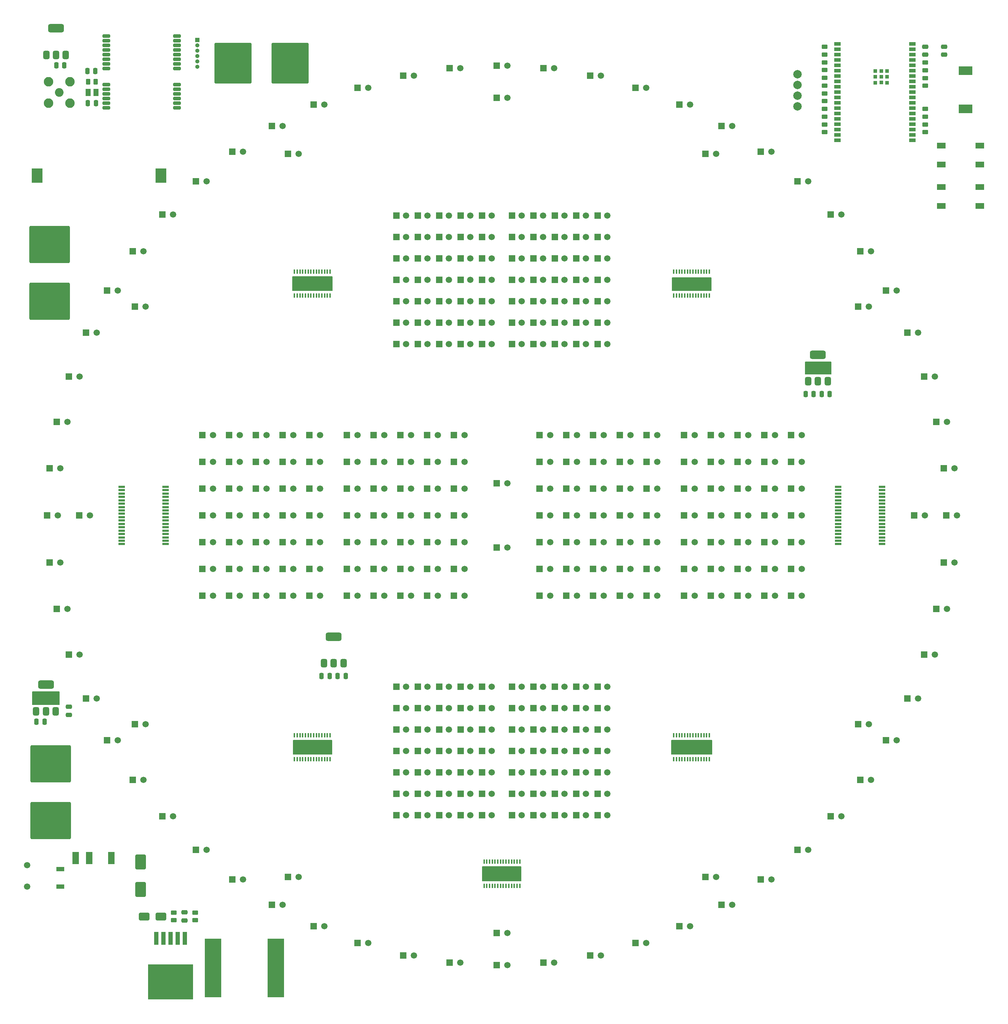
<source format=gbr>
%TF.GenerationSoftware,KiCad,Pcbnew,8.0.2-1*%
%TF.CreationDate,2024-06-04T17:42:53+02:00*%
%TF.ProjectId,broadcast_clock,62726f61-6463-4617-9374-5f636c6f636b,rev?*%
%TF.SameCoordinates,Original*%
%TF.FileFunction,Soldermask,Bot*%
%TF.FilePolarity,Negative*%
%FSLAX46Y46*%
G04 Gerber Fmt 4.6, Leading zero omitted, Abs format (unit mm)*
G04 Created by KiCad (PCBNEW 8.0.2-1) date 2024-06-04 17:42:53*
%MOMM*%
%LPD*%
G01*
G04 APERTURE LIST*
G04 Aperture macros list*
%AMRoundRect*
0 Rectangle with rounded corners*
0 $1 Rounding radius*
0 $2 $3 $4 $5 $6 $7 $8 $9 X,Y pos of 4 corners*
0 Add a 4 corners polygon primitive as box body*
4,1,4,$2,$3,$4,$5,$6,$7,$8,$9,$2,$3,0*
0 Add four circle primitives for the rounded corners*
1,1,$1+$1,$2,$3*
1,1,$1+$1,$4,$5*
1,1,$1+$1,$6,$7*
1,1,$1+$1,$8,$9*
0 Add four rect primitives between the rounded corners*
20,1,$1+$1,$2,$3,$4,$5,0*
20,1,$1+$1,$4,$5,$6,$7,0*
20,1,$1+$1,$6,$7,$8,$9,0*
20,1,$1+$1,$8,$9,$2,$3,0*%
G04 Aperture macros list end*
%ADD10C,0.150000*%
%ADD11R,1.500000X1.500000*%
%ADD12C,1.500000*%
%ADD13RoundRect,0.250000X0.450000X-0.262500X0.450000X0.262500X-0.450000X0.262500X-0.450000X-0.262500X0*%
%ADD14RoundRect,0.250000X-0.450000X0.262500X-0.450000X-0.262500X0.450000X-0.262500X0.450000X0.262500X0*%
%ADD15R,0.400000X1.100000*%
%ADD16RoundRect,0.375000X0.375000X-0.625000X0.375000X0.625000X-0.375000X0.625000X-0.375000X-0.625000X0*%
%ADD17RoundRect,0.500000X1.400000X-0.500000X1.400000X0.500000X-1.400000X0.500000X-1.400000X-0.500000X0*%
%ADD18RoundRect,0.250000X-0.475000X0.250000X-0.475000X-0.250000X0.475000X-0.250000X0.475000X0.250000X0*%
%ADD19R,2.540000X3.510000*%
%ADD20RoundRect,0.249999X-4.550001X4.150001X-4.550001X-4.150001X4.550001X-4.150001X4.550001X4.150001X0*%
%ADD21R,2.100000X1.400000*%
%ADD22C,2.050000*%
%ADD23C,2.250000*%
%ADD24R,0.900000X0.900000*%
%ADD25R,0.900000X0.880000*%
%ADD26R,1.500000X0.900000*%
%ADD27RoundRect,0.250000X-0.250000X-0.475000X0.250000X-0.475000X0.250000X0.475000X-0.250000X0.475000X0*%
%ADD28RoundRect,0.249999X-4.150001X-4.550001X4.150001X-4.550001X4.150001X4.550001X-4.150001X4.550001X0*%
%ADD29R,1.600000X2.900000*%
%ADD30RoundRect,0.250000X1.000000X0.650000X-1.000000X0.650000X-1.000000X-0.650000X1.000000X-0.650000X0*%
%ADD31RoundRect,0.250000X0.262500X0.450000X-0.262500X0.450000X-0.262500X-0.450000X0.262500X-0.450000X0*%
%ADD32RoundRect,0.250000X0.250000X0.475000X-0.250000X0.475000X-0.250000X-0.475000X0.250000X-0.475000X0*%
%ADD33RoundRect,0.250000X0.475000X-0.250000X0.475000X0.250000X-0.475000X0.250000X-0.475000X-0.250000X0*%
%ADD34R,1.200000X1.800000*%
%ADD35R,1.000000X1.000000*%
%ADD36O,1.000000X1.000000*%
%ADD37R,4.000000X14.000000*%
%ADD38R,1.500000X0.500000*%
%ADD39C,2.000000*%
%ADD40R,10.660000X8.380000*%
%ADD41R,1.016000X3.050000*%
%ADD42RoundRect,0.200000X0.700000X0.200000X-0.700000X0.200000X-0.700000X-0.200000X0.700000X-0.200000X0*%
%ADD43RoundRect,0.250000X1.000000X-1.500000X1.000000X1.500000X-1.000000X1.500000X-1.000000X-1.500000X0*%
%ADD44R,3.200000X2.000000*%
%ADD45R,1.890000X1.140000*%
G04 APERTURE END LIST*
D10*
X40386000Y-190246000D02*
X34036000Y-190246000D01*
X34036000Y-187198000D01*
X40386000Y-187198000D01*
X40386000Y-190246000D01*
G36*
X40386000Y-190246000D02*
G01*
X34036000Y-190246000D01*
X34036000Y-187198000D01*
X40386000Y-187198000D01*
X40386000Y-190246000D01*
G37*
X195072000Y-92075000D02*
X185801000Y-92075000D01*
X185801000Y-89027000D01*
X195072000Y-89027000D01*
X195072000Y-92075000D01*
G36*
X195072000Y-92075000D02*
G01*
X185801000Y-92075000D01*
X185801000Y-89027000D01*
X195072000Y-89027000D01*
X195072000Y-92075000D01*
G37*
X223520000Y-111887000D02*
X217424000Y-111887000D01*
X217424000Y-108966000D01*
X223520000Y-108966000D01*
X223520000Y-111887000D01*
G36*
X223520000Y-111887000D02*
G01*
X217424000Y-111887000D01*
X217424000Y-108966000D01*
X223520000Y-108966000D01*
X223520000Y-111887000D01*
G37*
X105029000Y-202057000D02*
X95885000Y-202057000D01*
X95885000Y-198755000D01*
X105029000Y-198755000D01*
X105029000Y-202057000D01*
G36*
X105029000Y-202057000D02*
G01*
X95885000Y-202057000D01*
X95885000Y-198755000D01*
X105029000Y-198755000D01*
X105029000Y-202057000D01*
G37*
X149961600Y-232079800D02*
X140792200Y-232079800D01*
X140792200Y-228752400D01*
X149961600Y-228752400D01*
X149961600Y-232079800D01*
G36*
X149961600Y-232079800D02*
G01*
X140792200Y-232079800D01*
X140792200Y-228752400D01*
X149961600Y-228752400D01*
X149961600Y-232079800D01*
G37*
X195199000Y-202057000D02*
X185674000Y-202057000D01*
X185674000Y-198755000D01*
X195199000Y-198755000D01*
X195199000Y-202057000D01*
G36*
X195199000Y-202057000D02*
G01*
X185674000Y-202057000D01*
X185674000Y-198755000D01*
X195199000Y-198755000D01*
X195199000Y-202057000D01*
G37*
X105156000Y-92075000D02*
X95758000Y-92075000D01*
X95758000Y-88773000D01*
X105156000Y-88773000D01*
X105156000Y-92075000D01*
G36*
X105156000Y-92075000D02*
G01*
X95758000Y-92075000D01*
X95758000Y-88773000D01*
X105156000Y-88773000D01*
X105156000Y-92075000D01*
G37*
D11*
%TO.C,D225*%
X125476000Y-211455000D03*
D12*
X127762000Y-211455000D03*
%TD*%
D11*
%TO.C,D254*%
X147828000Y-216535000D03*
D12*
X150114000Y-216535000D03*
%TD*%
D11*
%TO.C,D103*%
X99695000Y-139065000D03*
D12*
X102235000Y-139065000D03*
%TD*%
D11*
%TO.C,D54*%
X81440069Y-59109067D03*
D12*
X83980069Y-59109067D03*
%TD*%
D11*
%TO.C,D169*%
X173355000Y-158115000D03*
D12*
X175895000Y-158115000D03*
%TD*%
D11*
%TO.C,D45*%
X37465000Y-145415000D03*
D12*
X40005000Y-145415000D03*
%TD*%
D11*
%TO.C,D65*%
X193675000Y-231203476D03*
D12*
X196215000Y-231203476D03*
%TD*%
D11*
%TO.C,D30*%
X144145000Y-252095000D03*
D12*
X146685000Y-252095000D03*
%TD*%
D11*
%TO.C,D128*%
X121285000Y-164465000D03*
D12*
X123825000Y-164465000D03*
%TD*%
D11*
%TO.C,D109*%
X108585000Y-132715000D03*
D12*
X111125000Y-132715000D03*
%TD*%
D11*
%TO.C,D353*%
X144145000Y-137795000D03*
D12*
X146685000Y-137795000D03*
%TD*%
D11*
%TO.C,D85*%
X80645000Y-158115000D03*
D12*
X83185000Y-158115000D03*
%TD*%
D11*
%TO.C,D238*%
X135636000Y-206375000D03*
D12*
X137922000Y-206375000D03*
%TD*%
D11*
%TO.C,D26*%
X187535665Y-242872029D03*
D12*
X190075665Y-242872029D03*
%TD*%
D11*
%TO.C,D112*%
X108585000Y-151765000D03*
D12*
X111125000Y-151765000D03*
%TD*%
D11*
%TO.C,D340*%
X163068000Y-79375000D03*
D12*
X165354000Y-79375000D03*
%TD*%
D11*
%TO.C,D293*%
X125476000Y-89535000D03*
D12*
X127762000Y-89535000D03*
%TD*%
D11*
%TO.C,D110*%
X108585000Y-139065000D03*
D12*
X111125000Y-139065000D03*
%TD*%
D11*
%TO.C,D99*%
X93345000Y-158115000D03*
D12*
X95885000Y-158115000D03*
%TD*%
D11*
%TO.C,D199*%
X207645000Y-126365000D03*
D12*
X210185000Y-126365000D03*
%TD*%
D11*
%TO.C,D177*%
X179705000Y-164465000D03*
D12*
X182245000Y-164465000D03*
%TD*%
D11*
%TO.C,D111*%
X108585000Y-145415000D03*
D12*
X111125000Y-145415000D03*
%TD*%
D11*
%TO.C,D1*%
X155296096Y-39319404D03*
D12*
X157836096Y-39319404D03*
%TD*%
D11*
%TO.C,D138*%
X133985000Y-139065000D03*
D12*
X136525000Y-139065000D03*
%TD*%
D11*
%TO.C,D139*%
X133985000Y-145415000D03*
D12*
X136525000Y-145415000D03*
%TD*%
D11*
%TO.C,D82*%
X80645000Y-139065000D03*
D12*
X83185000Y-139065000D03*
%TD*%
D11*
%TO.C,D327*%
X152908000Y-84455000D03*
D12*
X155194000Y-84455000D03*
%TD*%
D11*
%TO.C,D41*%
X46687971Y-188805665D03*
D12*
X49227971Y-188805665D03*
%TD*%
D11*
%TO.C,D309*%
X135636000Y-99695000D03*
D12*
X137922000Y-99695000D03*
%TD*%
D11*
%TO.C,D141*%
X133985000Y-158115000D03*
D12*
X136525000Y-158115000D03*
%TD*%
D11*
%TO.C,D303*%
X130556000Y-104775000D03*
D12*
X132842000Y-104775000D03*
%TD*%
D11*
%TO.C,D283*%
X120396000Y-74295000D03*
D12*
X122682000Y-74295000D03*
%TD*%
D11*
%TO.C,D219*%
X120396000Y-216535000D03*
D12*
X122682000Y-216535000D03*
%TD*%
D11*
%TO.C,D58*%
X121964981Y-41066214D03*
D12*
X124504981Y-41066214D03*
%TD*%
D11*
%TO.C,D39*%
X57839067Y-208119931D03*
D12*
X60379067Y-208119931D03*
%TD*%
D11*
%TO.C,D143*%
X154305000Y-126365000D03*
D12*
X156845000Y-126365000D03*
%TD*%
D11*
%TO.C,D28*%
X166325019Y-249763786D03*
D12*
X168865019Y-249763786D03*
%TD*%
D11*
%TO.C,D291*%
X125476000Y-79375000D03*
D12*
X127762000Y-79375000D03*
%TD*%
D11*
%TO.C,D265*%
X157988000Y-201295000D03*
D12*
X160274000Y-201295000D03*
%TD*%
D11*
%TO.C,D120*%
X114935000Y-158115000D03*
D12*
X117475000Y-158115000D03*
%TD*%
D11*
%TO.C,D36*%
X81440069Y-231720933D03*
D12*
X83980069Y-231720933D03*
%TD*%
D11*
%TO.C,D324*%
X147828000Y-104775000D03*
D12*
X150114000Y-104775000D03*
%TD*%
D11*
%TO.C,D94*%
X93345000Y-126365000D03*
D12*
X95885000Y-126365000D03*
%TD*%
D11*
%TO.C,D80*%
X80645000Y-126365000D03*
D12*
X83185000Y-126365000D03*
%TD*%
D11*
%TO.C,D117*%
X114935000Y-139065000D03*
D12*
X117475000Y-139065000D03*
%TD*%
D11*
%TO.C,D276*%
X168148000Y-186055000D03*
D12*
X170434000Y-186055000D03*
%TD*%
D11*
%TO.C,D126*%
X121285000Y-151765000D03*
D12*
X123825000Y-151765000D03*
%TD*%
D11*
%TO.C,D278*%
X168148000Y-196215000D03*
D12*
X170434000Y-196215000D03*
%TD*%
D11*
%TO.C,D284*%
X120396000Y-79375000D03*
D12*
X122682000Y-79375000D03*
%TD*%
D11*
%TO.C,D46*%
X38049404Y-134263904D03*
D12*
X40589404Y-134263904D03*
%TD*%
D11*
%TO.C,D83*%
X80645000Y-145415000D03*
D12*
X83185000Y-145415000D03*
%TD*%
D11*
%TO.C,D172*%
X179705000Y-132715000D03*
D12*
X182245000Y-132715000D03*
%TD*%
D11*
%TO.C,D286*%
X120396000Y-89535000D03*
D12*
X122682000Y-89535000D03*
%TD*%
D11*
%TO.C,D318*%
X147828000Y-74295000D03*
D12*
X150114000Y-74295000D03*
%TD*%
D11*
%TO.C,D4*%
X187535665Y-47957971D03*
D12*
X190075665Y-47957971D03*
%TD*%
D11*
%TO.C,D333*%
X157988000Y-79375000D03*
D12*
X160274000Y-79375000D03*
%TD*%
D11*
%TO.C,D313*%
X140716000Y-84455000D03*
D12*
X143002000Y-84455000D03*
%TD*%
D11*
%TO.C,D40*%
X51757410Y-198755000D03*
D12*
X54297410Y-198755000D03*
%TD*%
D11*
%TO.C,D215*%
X120396000Y-196215000D03*
D12*
X122682000Y-196215000D03*
%TD*%
D11*
%TO.C,D348*%
X168148000Y-84455000D03*
D12*
X170434000Y-84455000D03*
%TD*%
D11*
%TO.C,D192*%
X201295000Y-126365000D03*
D12*
X203835000Y-126365000D03*
%TD*%
D11*
%TO.C,D79*%
X74295000Y-164465000D03*
D12*
X76835000Y-164465000D03*
%TD*%
D11*
%TO.C,D29*%
X155296096Y-251510596D03*
D12*
X157836096Y-251510596D03*
%TD*%
D11*
%TO.C,D114*%
X108585000Y-164465000D03*
D12*
X111125000Y-164465000D03*
%TD*%
D11*
%TO.C,D345*%
X163068000Y-104775000D03*
D12*
X165354000Y-104775000D03*
%TD*%
D11*
%TO.C,D205*%
X207645000Y-164465000D03*
D12*
X210185000Y-164465000D03*
%TD*%
D11*
%TO.C,D20*%
X236532590Y-198755000D03*
D12*
X239072590Y-198755000D03*
%TD*%
D11*
%TO.C,D136*%
X133985000Y-126365000D03*
D12*
X136525000Y-126365000D03*
%TD*%
D11*
%TO.C,D239*%
X135636000Y-211455000D03*
D12*
X137922000Y-211455000D03*
%TD*%
D11*
%TO.C,D305*%
X135636000Y-79375000D03*
D12*
X137922000Y-79375000D03*
%TD*%
D11*
%TO.C,D91*%
X86995000Y-151765000D03*
D12*
X89535000Y-151765000D03*
%TD*%
D11*
%TO.C,D163*%
X167005000Y-164465000D03*
D12*
X169545000Y-164465000D03*
%TD*%
D11*
%TO.C,D227*%
X130556000Y-186055000D03*
D12*
X132842000Y-186055000D03*
%TD*%
D11*
%TO.C,D263*%
X157988000Y-191135000D03*
D12*
X160274000Y-191135000D03*
%TD*%
D11*
%TO.C,D338*%
X157988000Y-104775000D03*
D12*
X160274000Y-104775000D03*
%TD*%
D11*
%TO.C,D9*%
X230450933Y-82710069D03*
D12*
X232990933Y-82710069D03*
%TD*%
D11*
%TO.C,D69*%
X45085000Y-145415000D03*
D12*
X47625000Y-145415000D03*
%TD*%
D11*
%TO.C,D214*%
X120396000Y-191135000D03*
D12*
X122682000Y-191135000D03*
%TD*%
D11*
%TO.C,D10*%
X236532590Y-92075000D03*
D12*
X239072590Y-92075000D03*
%TD*%
D11*
%TO.C,D191*%
X194945000Y-164465000D03*
D12*
X197485000Y-164465000D03*
%TD*%
D11*
%TO.C,D22*%
X223423690Y-216797853D03*
D12*
X225963690Y-216797853D03*
%TD*%
D11*
%TO.C,D343*%
X163068000Y-94615000D03*
D12*
X165354000Y-94615000D03*
%TD*%
D11*
%TO.C,D66*%
X144145000Y-244475000D03*
D12*
X146685000Y-244475000D03*
%TD*%
D11*
%TO.C,D231*%
X130556000Y-206375000D03*
D12*
X132842000Y-206375000D03*
%TD*%
D11*
%TO.C,D116*%
X114935000Y-132715000D03*
D12*
X117475000Y-132715000D03*
%TD*%
D11*
%TO.C,D268*%
X157988000Y-216535000D03*
D12*
X160274000Y-216535000D03*
%TD*%
D11*
%TO.C,D255*%
X152908000Y-186055000D03*
D12*
X155194000Y-186055000D03*
%TD*%
D11*
%TO.C,D256*%
X152908000Y-191135000D03*
D12*
X155194000Y-191135000D03*
%TD*%
D11*
%TO.C,D27*%
X177110933Y-246873709D03*
D12*
X179650933Y-246873709D03*
%TD*%
D11*
%TO.C,D182*%
X188595000Y-151765000D03*
D12*
X191135000Y-151765000D03*
%TD*%
D11*
%TO.C,D38*%
X64866310Y-216797853D03*
D12*
X67406310Y-216797853D03*
%TD*%
D11*
%TO.C,D171*%
X179705000Y-126365000D03*
D12*
X182245000Y-126365000D03*
%TD*%
D11*
%TO.C,D151*%
X160655000Y-132715000D03*
D12*
X163195000Y-132715000D03*
%TD*%
D11*
%TO.C,D52*%
X64866310Y-74032147D03*
D12*
X67406310Y-74032147D03*
%TD*%
D11*
%TO.C,D145*%
X154305000Y-139065000D03*
D12*
X156845000Y-139065000D03*
%TD*%
D11*
%TO.C,D47*%
X39796214Y-123234981D03*
D12*
X42336214Y-123234981D03*
%TD*%
D11*
%TO.C,D281*%
X168148000Y-211455000D03*
D12*
X170434000Y-211455000D03*
%TD*%
D11*
%TO.C,D208*%
X213995000Y-139065000D03*
D12*
X216535000Y-139065000D03*
%TD*%
D11*
%TO.C,D274*%
X163068000Y-211455000D03*
D12*
X165354000Y-211455000D03*
%TD*%
D11*
%TO.C,D326*%
X152908000Y-79375000D03*
D12*
X155194000Y-79375000D03*
%TD*%
D11*
%TO.C,D213*%
X120396000Y-186055000D03*
D12*
X122682000Y-186055000D03*
%TD*%
D11*
%TO.C,D351*%
X168148000Y-99695000D03*
D12*
X170434000Y-99695000D03*
%TD*%
D11*
%TO.C,D308*%
X135636000Y-94615000D03*
D12*
X137922000Y-94615000D03*
%TD*%
D11*
%TO.C,D198*%
X201295000Y-164465000D03*
D12*
X203835000Y-164465000D03*
%TD*%
D11*
%TO.C,D258*%
X152908000Y-201295000D03*
D12*
X155194000Y-201295000D03*
%TD*%
D11*
%TO.C,D174*%
X179705000Y-145415000D03*
D12*
X182245000Y-145415000D03*
%TD*%
D11*
%TO.C,D137*%
X133985000Y-132715000D03*
D12*
X136525000Y-132715000D03*
%TD*%
D11*
%TO.C,D311*%
X140716000Y-74295000D03*
D12*
X143002000Y-74295000D03*
%TD*%
D11*
%TO.C,D130*%
X127635000Y-132715000D03*
D12*
X130175000Y-132715000D03*
%TD*%
D11*
%TO.C,D297*%
X130556000Y-74295000D03*
D12*
X132842000Y-74295000D03*
%TD*%
D11*
%TO.C,D176*%
X179705000Y-158115000D03*
D12*
X182245000Y-158115000D03*
%TD*%
D11*
%TO.C,D92*%
X86995000Y-158115000D03*
D12*
X89535000Y-158115000D03*
%TD*%
D11*
%TO.C,D75*%
X74295000Y-139065000D03*
D12*
X76835000Y-139065000D03*
%TD*%
D11*
%TO.C,D317*%
X140716000Y-104775000D03*
D12*
X143002000Y-104775000D03*
%TD*%
D11*
%TO.C,D140*%
X133985000Y-151765000D03*
D12*
X136525000Y-151765000D03*
%TD*%
D11*
%TO.C,D21*%
X230450933Y-208119931D03*
D12*
X232990933Y-208119931D03*
%TD*%
D11*
%TO.C,D118*%
X114935000Y-145415000D03*
D12*
X117475000Y-145415000D03*
%TD*%
D11*
%TO.C,D127*%
X121285000Y-158115000D03*
D12*
X123825000Y-158115000D03*
%TD*%
D11*
%TO.C,D289*%
X120396000Y-104775000D03*
D12*
X122682000Y-104775000D03*
%TD*%
D11*
%TO.C,D155*%
X160655000Y-158115000D03*
D12*
X163195000Y-158115000D03*
%TD*%
D11*
%TO.C,D298*%
X130556000Y-79375000D03*
D12*
X132842000Y-79375000D03*
%TD*%
D11*
%TO.C,D229*%
X130556000Y-196215000D03*
D12*
X132842000Y-196215000D03*
%TD*%
D11*
%TO.C,D195*%
X201295000Y-145415000D03*
D12*
X203835000Y-145415000D03*
%TD*%
D11*
%TO.C,D153*%
X160655000Y-145415000D03*
D12*
X163195000Y-145415000D03*
%TD*%
D11*
%TO.C,D287*%
X120396000Y-94615000D03*
D12*
X122682000Y-94615000D03*
%TD*%
D11*
%TO.C,D218*%
X120396000Y-211455000D03*
D12*
X122682000Y-211455000D03*
%TD*%
D11*
%TO.C,D55*%
X90805000Y-53027410D03*
D12*
X93345000Y-53027410D03*
%TD*%
D11*
%TO.C,D32*%
X121964981Y-249763786D03*
D12*
X124504981Y-249763786D03*
%TD*%
D11*
%TO.C,D349*%
X168148000Y-89535000D03*
D12*
X170434000Y-89535000D03*
%TD*%
D11*
%TO.C,D285*%
X120396000Y-84455000D03*
D12*
X122682000Y-84455000D03*
%TD*%
D11*
%TO.C,D315*%
X140716000Y-94615000D03*
D12*
X143002000Y-94615000D03*
%TD*%
D11*
%TO.C,D101*%
X99695000Y-126365000D03*
D12*
X102235000Y-126365000D03*
%TD*%
D11*
%TO.C,D299*%
X130556000Y-84455000D03*
D12*
X132842000Y-84455000D03*
%TD*%
D11*
%TO.C,D354*%
X144145000Y-153035000D03*
D12*
X146685000Y-153035000D03*
%TD*%
D11*
%TO.C,D51*%
X57839067Y-82710069D03*
D12*
X60379067Y-82710069D03*
%TD*%
D11*
%TO.C,D193*%
X201295000Y-132715000D03*
D12*
X203835000Y-132715000D03*
%TD*%
D11*
%TO.C,D250*%
X147828000Y-196215000D03*
D12*
X150114000Y-196215000D03*
%TD*%
D11*
%TO.C,D95*%
X93345000Y-132715000D03*
D12*
X95885000Y-132715000D03*
%TD*%
D11*
%TO.C,D48*%
X42686291Y-112449067D03*
D12*
X45226291Y-112449067D03*
%TD*%
D11*
%TO.C,D76*%
X74295000Y-145415000D03*
D12*
X76835000Y-145415000D03*
%TD*%
D11*
%TO.C,D339*%
X163068000Y-74295000D03*
D12*
X165354000Y-74295000D03*
%TD*%
D11*
%TO.C,D165*%
X173355000Y-132715000D03*
D12*
X175895000Y-132715000D03*
%TD*%
D11*
%TO.C,D331*%
X152908000Y-104775000D03*
D12*
X155194000Y-104775000D03*
%TD*%
D11*
%TO.C,D23*%
X215527853Y-224693690D03*
D12*
X218067853Y-224693690D03*
%TD*%
D11*
%TO.C,D236*%
X135636000Y-196215000D03*
D12*
X137922000Y-196215000D03*
%TD*%
D11*
%TO.C,D68*%
X58356524Y-194945000D03*
D12*
X60896524Y-194945000D03*
%TD*%
D11*
%TO.C,D245*%
X140716000Y-206375000D03*
D12*
X143002000Y-206375000D03*
%TD*%
D11*
%TO.C,D129*%
X127635000Y-126365000D03*
D12*
X130175000Y-126365000D03*
%TD*%
D11*
%TO.C,D282*%
X168148000Y-216535000D03*
D12*
X170434000Y-216535000D03*
%TD*%
D11*
%TO.C,D212*%
X213995000Y-164465000D03*
D12*
X216535000Y-164465000D03*
%TD*%
D11*
%TO.C,D98*%
X93345000Y-151765000D03*
D12*
X95885000Y-151765000D03*
%TD*%
D11*
%TO.C,D11*%
X241602029Y-102024335D03*
D12*
X244142029Y-102024335D03*
%TD*%
D11*
%TO.C,D72*%
X144145000Y-46355000D03*
D12*
X146685000Y-46355000D03*
%TD*%
D11*
%TO.C,D5*%
X197485000Y-53027410D03*
D12*
X200025000Y-53027410D03*
%TD*%
D11*
%TO.C,D164*%
X173355000Y-126365000D03*
D12*
X175895000Y-126365000D03*
%TD*%
D11*
%TO.C,D161*%
X167005000Y-151765000D03*
D12*
X169545000Y-151765000D03*
%TD*%
D11*
%TO.C,D190*%
X194945000Y-158115000D03*
D12*
X197485000Y-158115000D03*
%TD*%
D11*
%TO.C,D240*%
X135636000Y-216535000D03*
D12*
X137922000Y-216535000D03*
%TD*%
D11*
%TO.C,D248*%
X147828000Y-186055000D03*
D12*
X150114000Y-186055000D03*
%TD*%
D11*
%TO.C,D102*%
X99695000Y-132715000D03*
D12*
X102235000Y-132715000D03*
%TD*%
D11*
%TO.C,D31*%
X132993904Y-251510596D03*
D12*
X135533904Y-251510596D03*
%TD*%
D11*
%TO.C,D226*%
X125476000Y-216535000D03*
D12*
X127762000Y-216535000D03*
%TD*%
D11*
%TO.C,D168*%
X173355000Y-151765000D03*
D12*
X175895000Y-151765000D03*
%TD*%
D11*
%TO.C,D271*%
X163068000Y-196215000D03*
D12*
X165354000Y-196215000D03*
%TD*%
D11*
%TO.C,D67*%
X94615000Y-231203476D03*
D12*
X97155000Y-231203476D03*
%TD*%
D11*
%TO.C,D202*%
X207645000Y-145415000D03*
D12*
X210185000Y-145415000D03*
%TD*%
D11*
%TO.C,D189*%
X194945000Y-151765000D03*
D12*
X197485000Y-151765000D03*
%TD*%
D11*
%TO.C,D160*%
X167005000Y-145415000D03*
D12*
X169545000Y-145415000D03*
%TD*%
D11*
%TO.C,D337*%
X157988000Y-99695000D03*
D12*
X160274000Y-99695000D03*
%TD*%
D11*
%TO.C,D133*%
X127635000Y-151765000D03*
D12*
X130175000Y-151765000D03*
%TD*%
D11*
%TO.C,D322*%
X147828000Y-94615000D03*
D12*
X150114000Y-94615000D03*
%TD*%
D11*
%TO.C,D131*%
X127635000Y-139065000D03*
D12*
X130175000Y-139065000D03*
%TD*%
D11*
%TO.C,D104*%
X99695000Y-145415000D03*
D12*
X102235000Y-145415000D03*
%TD*%
D11*
%TO.C,D335*%
X157988000Y-89535000D03*
D12*
X160274000Y-89535000D03*
%TD*%
D11*
%TO.C,D86*%
X80645000Y-164465000D03*
D12*
X83185000Y-164465000D03*
%TD*%
D11*
%TO.C,D230*%
X130556000Y-201295000D03*
D12*
X132842000Y-201295000D03*
%TD*%
D11*
%TO.C,D159*%
X167005000Y-139065000D03*
D12*
X169545000Y-139065000D03*
%TD*%
D11*
%TO.C,D290*%
X125476000Y-74295000D03*
D12*
X127762000Y-74295000D03*
%TD*%
D11*
%TO.C,D106*%
X99695000Y-158115000D03*
D12*
X102235000Y-158115000D03*
%TD*%
D11*
%TO.C,D196*%
X201295000Y-151765000D03*
D12*
X203835000Y-151765000D03*
%TD*%
D11*
%TO.C,D157*%
X167005000Y-126365000D03*
D12*
X169545000Y-126365000D03*
%TD*%
D11*
%TO.C,D49*%
X46687971Y-102024335D03*
D12*
X49227971Y-102024335D03*
%TD*%
D11*
%TO.C,D44*%
X38049404Y-156566096D03*
D12*
X40589404Y-156566096D03*
%TD*%
D11*
%TO.C,D6*%
X206849931Y-59109067D03*
D12*
X209389931Y-59109067D03*
%TD*%
D11*
%TO.C,D7*%
X215527853Y-66136310D03*
D12*
X218067853Y-66136310D03*
%TD*%
D11*
%TO.C,D181*%
X188595000Y-145415000D03*
D12*
X191135000Y-145415000D03*
%TD*%
D11*
%TO.C,D217*%
X120396000Y-206375000D03*
D12*
X122682000Y-206375000D03*
%TD*%
D11*
%TO.C,D232*%
X130556000Y-211455000D03*
D12*
X132842000Y-211455000D03*
%TD*%
D11*
%TO.C,D43*%
X39796214Y-167595019D03*
D12*
X42336214Y-167595019D03*
%TD*%
D11*
%TO.C,D206*%
X213995000Y-126365000D03*
D12*
X216535000Y-126365000D03*
%TD*%
D11*
%TO.C,D275*%
X163068000Y-216535000D03*
D12*
X165354000Y-216535000D03*
%TD*%
D11*
%TO.C,D14*%
X250240596Y-134263904D03*
D12*
X252780596Y-134263904D03*
%TD*%
D11*
%TO.C,D249*%
X147828000Y-191135000D03*
D12*
X150114000Y-191135000D03*
%TD*%
D11*
%TO.C,D148*%
X154305000Y-158115000D03*
D12*
X156845000Y-158115000D03*
%TD*%
D11*
%TO.C,D2*%
X166325019Y-41066214D03*
D12*
X168865019Y-41066214D03*
%TD*%
D11*
%TO.C,D180*%
X188595000Y-139065000D03*
D12*
X191135000Y-139065000D03*
%TD*%
D11*
%TO.C,D210*%
X213995000Y-151765000D03*
D12*
X216535000Y-151765000D03*
%TD*%
D11*
%TO.C,D222*%
X125476000Y-196215000D03*
D12*
X127762000Y-196215000D03*
%TD*%
D11*
%TO.C,D175*%
X179705000Y-151765000D03*
D12*
X182245000Y-151765000D03*
%TD*%
D11*
%TO.C,D17*%
X248493786Y-167595019D03*
D12*
X251033786Y-167595019D03*
%TD*%
D11*
%TO.C,D264*%
X157988000Y-196215000D03*
D12*
X160274000Y-196215000D03*
%TD*%
D11*
%TO.C,D269*%
X163068000Y-186055000D03*
D12*
X165354000Y-186055000D03*
%TD*%
D11*
%TO.C,D201*%
X207645000Y-139065000D03*
D12*
X210185000Y-139065000D03*
%TD*%
D11*
%TO.C,D300*%
X130556000Y-89535000D03*
D12*
X132842000Y-89535000D03*
%TD*%
D11*
%TO.C,D252*%
X147828000Y-206375000D03*
D12*
X150114000Y-206375000D03*
%TD*%
D11*
%TO.C,D154*%
X160655000Y-151765000D03*
D12*
X163195000Y-151765000D03*
%TD*%
D11*
%TO.C,D207*%
X213995000Y-132715000D03*
D12*
X216535000Y-132715000D03*
%TD*%
D11*
%TO.C,D253*%
X147828000Y-211455000D03*
D12*
X150114000Y-211455000D03*
%TD*%
D11*
%TO.C,D33*%
X111179067Y-246873709D03*
D12*
X113719067Y-246873709D03*
%TD*%
D11*
%TO.C,D224*%
X125476000Y-206375000D03*
D12*
X127762000Y-206375000D03*
%TD*%
D11*
%TO.C,D15*%
X250825000Y-145415000D03*
D12*
X253365000Y-145415000D03*
%TD*%
D11*
%TO.C,D150*%
X160655000Y-126365000D03*
D12*
X163195000Y-126365000D03*
%TD*%
D11*
%TO.C,D123*%
X121285000Y-132715000D03*
D12*
X123825000Y-132715000D03*
%TD*%
D11*
%TO.C,D70*%
X58356524Y-95885000D03*
D12*
X60896524Y-95885000D03*
%TD*%
D11*
%TO.C,D170*%
X173355000Y-164465000D03*
D12*
X175895000Y-164465000D03*
%TD*%
D11*
%TO.C,D34*%
X100754335Y-242872029D03*
D12*
X103294335Y-242872029D03*
%TD*%
D11*
%TO.C,D234*%
X135636000Y-186055000D03*
D12*
X137922000Y-186055000D03*
%TD*%
D11*
%TO.C,D247*%
X140716000Y-216535000D03*
D12*
X143002000Y-216535000D03*
%TD*%
D11*
%TO.C,D325*%
X152908000Y-74295000D03*
D12*
X155194000Y-74295000D03*
%TD*%
D11*
%TO.C,D288*%
X120396000Y-99695000D03*
D12*
X122682000Y-99695000D03*
%TD*%
D11*
%TO.C,D162*%
X167005000Y-158115000D03*
D12*
X169545000Y-158115000D03*
%TD*%
D11*
%TO.C,D124*%
X121285000Y-139065000D03*
D12*
X123825000Y-139065000D03*
%TD*%
D11*
%TO.C,D135*%
X127635000Y-164465000D03*
D12*
X130175000Y-164465000D03*
%TD*%
D11*
%TO.C,D228*%
X130556000Y-191135000D03*
D12*
X132842000Y-191135000D03*
%TD*%
D11*
%TO.C,D96*%
X93345000Y-139065000D03*
D12*
X95885000Y-139065000D03*
%TD*%
D11*
%TO.C,D187*%
X194945000Y-139065000D03*
D12*
X197485000Y-139065000D03*
%TD*%
D11*
%TO.C,D350*%
X168148000Y-94615000D03*
D12*
X170434000Y-94615000D03*
%TD*%
D11*
%TO.C,D334*%
X157988000Y-84455000D03*
D12*
X160274000Y-84455000D03*
%TD*%
D11*
%TO.C,D320*%
X147828000Y-84455000D03*
D12*
X150114000Y-84455000D03*
%TD*%
D11*
%TO.C,D64*%
X229933476Y-194945000D03*
D12*
X232473476Y-194945000D03*
%TD*%
D11*
%TO.C,D259*%
X152908000Y-206375000D03*
D12*
X155194000Y-206375000D03*
%TD*%
D11*
%TO.C,D37*%
X72762147Y-224693690D03*
D12*
X75302147Y-224693690D03*
%TD*%
D11*
%TO.C,D93*%
X86995000Y-164465000D03*
D12*
X89535000Y-164465000D03*
%TD*%
D11*
%TO.C,D18*%
X245603709Y-178380933D03*
D12*
X248143709Y-178380933D03*
%TD*%
D11*
%TO.C,D292*%
X125476000Y-84455000D03*
D12*
X127762000Y-84455000D03*
%TD*%
D11*
%TO.C,D152*%
X160655000Y-139065000D03*
D12*
X163195000Y-139065000D03*
%TD*%
D11*
%TO.C,D167*%
X173355000Y-145415000D03*
D12*
X175895000Y-145415000D03*
%TD*%
D11*
%TO.C,D216*%
X120396000Y-201295000D03*
D12*
X122682000Y-201295000D03*
%TD*%
D11*
%TO.C,D267*%
X157988000Y-211455000D03*
D12*
X160274000Y-211455000D03*
%TD*%
D11*
%TO.C,D211*%
X213995000Y-158115000D03*
D12*
X216535000Y-158115000D03*
%TD*%
D11*
%TO.C,D3*%
X177110933Y-43956291D03*
D12*
X179650933Y-43956291D03*
%TD*%
D11*
%TO.C,D220*%
X125476000Y-186055000D03*
D12*
X127762000Y-186055000D03*
%TD*%
D11*
%TO.C,D78*%
X74295000Y-158115000D03*
D12*
X76835000Y-158115000D03*
%TD*%
D11*
%TO.C,D301*%
X130556000Y-94615000D03*
D12*
X132842000Y-94615000D03*
%TD*%
D11*
%TO.C,D304*%
X135636000Y-74295000D03*
D12*
X137922000Y-74295000D03*
%TD*%
D11*
%TO.C,D347*%
X168148000Y-79375000D03*
D12*
X170434000Y-79375000D03*
%TD*%
D11*
%TO.C,D233*%
X130556000Y-216535000D03*
D12*
X132842000Y-216535000D03*
%TD*%
D11*
%TO.C,D223*%
X125476000Y-201295000D03*
D12*
X127762000Y-201295000D03*
%TD*%
D11*
%TO.C,D296*%
X125476000Y-104775000D03*
D12*
X127762000Y-104775000D03*
%TD*%
D11*
%TO.C,D280*%
X168148000Y-206375000D03*
D12*
X170434000Y-206375000D03*
%TD*%
D11*
%TO.C,D346*%
X168148000Y-74295000D03*
D12*
X170434000Y-74295000D03*
%TD*%
D11*
%TO.C,D306*%
X135636000Y-84455000D03*
D12*
X137922000Y-84455000D03*
%TD*%
D11*
%TO.C,D35*%
X90805000Y-237802590D03*
D12*
X93345000Y-237802590D03*
%TD*%
D11*
%TO.C,D119*%
X114935000Y-151765000D03*
D12*
X117475000Y-151765000D03*
%TD*%
D11*
%TO.C,D203*%
X207645000Y-151765000D03*
D12*
X210185000Y-151765000D03*
%TD*%
D11*
%TO.C,D178*%
X188595000Y-126365000D03*
D12*
X191135000Y-126365000D03*
%TD*%
D11*
%TO.C,D185*%
X194945000Y-126365000D03*
D12*
X197485000Y-126365000D03*
%TD*%
D11*
%TO.C,D261*%
X152908000Y-216535000D03*
D12*
X155194000Y-216535000D03*
%TD*%
D11*
%TO.C,D179*%
X188595000Y-132715000D03*
D12*
X191135000Y-132715000D03*
%TD*%
D11*
%TO.C,D312*%
X140716000Y-79375000D03*
D12*
X143002000Y-79375000D03*
%TD*%
D11*
%TO.C,D272*%
X163068000Y-201295000D03*
D12*
X165354000Y-201295000D03*
%TD*%
D11*
%TO.C,D100*%
X93345000Y-164465000D03*
D12*
X95885000Y-164465000D03*
%TD*%
D11*
%TO.C,D73*%
X74295000Y-126365000D03*
D12*
X76835000Y-126365000D03*
%TD*%
D11*
%TO.C,D273*%
X163068000Y-206375000D03*
D12*
X165354000Y-206375000D03*
%TD*%
D11*
%TO.C,D62*%
X229933476Y-95885000D03*
D12*
X232473476Y-95885000D03*
%TD*%
D11*
%TO.C,D295*%
X125476000Y-99695000D03*
D12*
X127762000Y-99695000D03*
%TD*%
D11*
%TO.C,D19*%
X241602029Y-188805665D03*
D12*
X244142029Y-188805665D03*
%TD*%
D11*
%TO.C,D87*%
X86995000Y-126365000D03*
D12*
X89535000Y-126365000D03*
%TD*%
D11*
%TO.C,D57*%
X111179067Y-43956291D03*
D12*
X113719067Y-43956291D03*
%TD*%
D11*
%TO.C,D56*%
X100754335Y-47957971D03*
D12*
X103294335Y-47957971D03*
%TD*%
D11*
%TO.C,D77*%
X74295000Y-151765000D03*
D12*
X76835000Y-151765000D03*
%TD*%
D11*
%TO.C,D294*%
X125476000Y-94615000D03*
D12*
X127762000Y-94615000D03*
%TD*%
D11*
%TO.C,D108*%
X108585000Y-126365000D03*
D12*
X111125000Y-126365000D03*
%TD*%
D11*
%TO.C,D105*%
X99695000Y-151765000D03*
D12*
X102235000Y-151765000D03*
%TD*%
D11*
%TO.C,D13*%
X248493786Y-123234981D03*
D12*
X251033786Y-123234981D03*
%TD*%
D11*
%TO.C,D200*%
X207645000Y-132715000D03*
D12*
X210185000Y-132715000D03*
%TD*%
D11*
%TO.C,D113*%
X108585000Y-158115000D03*
D12*
X111125000Y-158115000D03*
%TD*%
D11*
%TO.C,D184*%
X188595000Y-164465000D03*
D12*
X191135000Y-164465000D03*
%TD*%
D11*
%TO.C,D329*%
X152908000Y-94615000D03*
D12*
X155194000Y-94615000D03*
%TD*%
D11*
%TO.C,D266*%
X157988000Y-206375000D03*
D12*
X160274000Y-206375000D03*
%TD*%
D11*
%TO.C,D302*%
X130556000Y-99695000D03*
D12*
X132842000Y-99695000D03*
%TD*%
D11*
%TO.C,D88*%
X86995000Y-132715000D03*
D12*
X89535000Y-132715000D03*
%TD*%
D11*
%TO.C,D158*%
X167005000Y-132715000D03*
D12*
X169545000Y-132715000D03*
%TD*%
D11*
%TO.C,D146*%
X154305000Y-145415000D03*
D12*
X156845000Y-145415000D03*
%TD*%
D11*
%TO.C,D319*%
X147828000Y-79375000D03*
D12*
X150114000Y-79375000D03*
%TD*%
D11*
%TO.C,D197*%
X201295000Y-158115000D03*
D12*
X203835000Y-158115000D03*
%TD*%
D11*
%TO.C,D122*%
X121285000Y-126365000D03*
D12*
X123825000Y-126365000D03*
%TD*%
D11*
%TO.C,D156*%
X160655000Y-164465000D03*
D12*
X163195000Y-164465000D03*
%TD*%
D11*
%TO.C,D97*%
X93345000Y-145415000D03*
D12*
X95885000Y-145415000D03*
%TD*%
D11*
%TO.C,D310*%
X135636000Y-104775000D03*
D12*
X137922000Y-104775000D03*
%TD*%
D11*
%TO.C,D8*%
X223423690Y-74032147D03*
D12*
X225963690Y-74032147D03*
%TD*%
D11*
%TO.C,D125*%
X121285000Y-145415000D03*
D12*
X123825000Y-145415000D03*
%TD*%
D11*
%TO.C,D53*%
X72762147Y-66136310D03*
D12*
X75302147Y-66136310D03*
%TD*%
D11*
%TO.C,D63*%
X243205000Y-145415000D03*
D12*
X245745000Y-145415000D03*
%TD*%
D11*
%TO.C,D188*%
X194945000Y-145415000D03*
D12*
X197485000Y-145415000D03*
%TD*%
D11*
%TO.C,D321*%
X147828000Y-89535000D03*
D12*
X150114000Y-89535000D03*
%TD*%
D11*
%TO.C,D332*%
X157988000Y-74295000D03*
D12*
X160274000Y-74295000D03*
%TD*%
D11*
%TO.C,D149*%
X154305000Y-164465000D03*
D12*
X156845000Y-164465000D03*
%TD*%
D11*
%TO.C,D257*%
X152908000Y-196215000D03*
D12*
X155194000Y-196215000D03*
%TD*%
D11*
%TO.C,D24*%
X206849931Y-231720933D03*
D12*
X209389931Y-231720933D03*
%TD*%
D11*
%TO.C,D209*%
X213995000Y-145415000D03*
D12*
X216535000Y-145415000D03*
%TD*%
D11*
%TO.C,D81*%
X80645000Y-132715000D03*
D12*
X83185000Y-132715000D03*
%TD*%
D11*
%TO.C,D341*%
X163068000Y-84455000D03*
D12*
X165354000Y-84455000D03*
%TD*%
D11*
%TO.C,D270*%
X163068000Y-191135000D03*
D12*
X165354000Y-191135000D03*
%TD*%
D11*
%TO.C,D89*%
X86995000Y-139065000D03*
D12*
X89535000Y-139065000D03*
%TD*%
D11*
%TO.C,D42*%
X42686291Y-178380933D03*
D12*
X45226291Y-178380933D03*
%TD*%
D11*
%TO.C,D323*%
X147828000Y-99695000D03*
D12*
X150114000Y-99695000D03*
%TD*%
D11*
%TO.C,D59*%
X132993904Y-39319404D03*
D12*
X135533904Y-39319404D03*
%TD*%
D11*
%TO.C,D307*%
X135636000Y-89535000D03*
D12*
X137922000Y-89535000D03*
%TD*%
D11*
%TO.C,D186*%
X194945000Y-132715000D03*
D12*
X197485000Y-132715000D03*
%TD*%
D11*
%TO.C,D221*%
X125476000Y-191135000D03*
D12*
X127762000Y-191135000D03*
%TD*%
D11*
%TO.C,D194*%
X201295000Y-139065000D03*
D12*
X203835000Y-139065000D03*
%TD*%
D11*
%TO.C,D243*%
X140716000Y-196215000D03*
D12*
X143002000Y-196215000D03*
%TD*%
D11*
%TO.C,D142*%
X133985000Y-164465000D03*
D12*
X136525000Y-164465000D03*
%TD*%
D11*
%TO.C,D241*%
X140716000Y-186055000D03*
D12*
X143002000Y-186055000D03*
%TD*%
D11*
%TO.C,D50*%
X51757410Y-92075000D03*
D12*
X54297410Y-92075000D03*
%TD*%
D11*
%TO.C,D90*%
X86995000Y-145415000D03*
D12*
X89535000Y-145415000D03*
%TD*%
D11*
%TO.C,D12*%
X245603709Y-112449067D03*
D12*
X248143709Y-112449067D03*
%TD*%
D11*
%TO.C,D144*%
X154305000Y-132715000D03*
D12*
X156845000Y-132715000D03*
%TD*%
D11*
%TO.C,D277*%
X168148000Y-191135000D03*
D12*
X170434000Y-191135000D03*
%TD*%
D11*
%TO.C,D279*%
X168148000Y-201295000D03*
D12*
X170434000Y-201295000D03*
%TD*%
D11*
%TO.C,D316*%
X140716000Y-99695000D03*
D12*
X143002000Y-99695000D03*
%TD*%
D11*
%TO.C,D61*%
X193675000Y-59626524D03*
D12*
X196215000Y-59626524D03*
%TD*%
D11*
%TO.C,D166*%
X173355000Y-139065000D03*
D12*
X175895000Y-139065000D03*
%TD*%
D11*
%TO.C,D107*%
X99695000Y-164465000D03*
D12*
X102235000Y-164465000D03*
%TD*%
D11*
%TO.C,D16*%
X250240596Y-156566096D03*
D12*
X252780596Y-156566096D03*
%TD*%
D11*
%TO.C,D147*%
X154305000Y-151765000D03*
D12*
X156845000Y-151765000D03*
%TD*%
D11*
%TO.C,D328*%
X152908000Y-89535000D03*
D12*
X155194000Y-89535000D03*
%TD*%
D11*
%TO.C,D115*%
X114935000Y-126365000D03*
D12*
X117475000Y-126365000D03*
%TD*%
D11*
%TO.C,D84*%
X80645000Y-151765000D03*
D12*
X83185000Y-151765000D03*
%TD*%
D11*
%TO.C,D237*%
X135636000Y-201295000D03*
D12*
X137922000Y-201295000D03*
%TD*%
D11*
%TO.C,D25*%
X197485000Y-237802590D03*
D12*
X200025000Y-237802590D03*
%TD*%
D11*
%TO.C,D260*%
X152908000Y-211455000D03*
D12*
X155194000Y-211455000D03*
%TD*%
D11*
%TO.C,D262*%
X157988000Y-186055000D03*
D12*
X160274000Y-186055000D03*
%TD*%
D11*
%TO.C,D71*%
X94615000Y-59626524D03*
D12*
X97155000Y-59626524D03*
%TD*%
D11*
%TO.C,D246*%
X140716000Y-211455000D03*
D12*
X143002000Y-211455000D03*
%TD*%
D11*
%TO.C,D344*%
X163068000Y-99695000D03*
D12*
X165354000Y-99695000D03*
%TD*%
D11*
%TO.C,D235*%
X135636000Y-191135000D03*
D12*
X137922000Y-191135000D03*
%TD*%
D11*
%TO.C,D60*%
X144145000Y-38735000D03*
D12*
X146685000Y-38735000D03*
%TD*%
D11*
%TO.C,D330*%
X152908000Y-99695000D03*
D12*
X155194000Y-99695000D03*
%TD*%
D11*
%TO.C,D244*%
X140716000Y-201295000D03*
D12*
X143002000Y-201295000D03*
%TD*%
D11*
%TO.C,D251*%
X147828000Y-201295000D03*
D12*
X150114000Y-201295000D03*
%TD*%
D11*
%TO.C,D183*%
X188595000Y-158115000D03*
D12*
X191135000Y-158115000D03*
%TD*%
D11*
%TO.C,D204*%
X207645000Y-158115000D03*
D12*
X210185000Y-158115000D03*
%TD*%
D11*
%TO.C,D314*%
X140716000Y-89535000D03*
D12*
X143002000Y-89535000D03*
%TD*%
D11*
%TO.C,D342*%
X163068000Y-89535000D03*
D12*
X165354000Y-89535000D03*
%TD*%
D11*
%TO.C,D74*%
X74295000Y-132715000D03*
D12*
X76835000Y-132715000D03*
%TD*%
D11*
%TO.C,D132*%
X127635000Y-145415000D03*
D12*
X130175000Y-145415000D03*
%TD*%
D11*
%TO.C,D336*%
X157988000Y-94615000D03*
D12*
X160274000Y-94615000D03*
%TD*%
D11*
%TO.C,D134*%
X127635000Y-158115000D03*
D12*
X130175000Y-158115000D03*
%TD*%
D11*
%TO.C,D352*%
X168148000Y-104775000D03*
D12*
X170434000Y-104775000D03*
%TD*%
D11*
%TO.C,D121*%
X114935000Y-164465000D03*
D12*
X117475000Y-164465000D03*
%TD*%
D11*
%TO.C,D173*%
X179705000Y-139065000D03*
D12*
X182245000Y-139065000D03*
%TD*%
D11*
%TO.C,D242*%
X140716000Y-191135000D03*
D12*
X143002000Y-191135000D03*
%TD*%
D13*
%TO.C,R18*%
X221996000Y-43457500D03*
X221996000Y-41632500D03*
%TD*%
D14*
%TO.C,R19*%
X221996000Y-37949500D03*
X221996000Y-39774500D03*
%TD*%
D15*
%TO.C,U6*%
X104640000Y-203265000D03*
X103990000Y-203265000D03*
X103340000Y-203265000D03*
X102690000Y-203265000D03*
X102040000Y-203265000D03*
X101390000Y-203265000D03*
X100740000Y-203265000D03*
X100090000Y-203265000D03*
X99440000Y-203265000D03*
X98790000Y-203265000D03*
X98140000Y-203265000D03*
X97490000Y-203265000D03*
X96840000Y-203265000D03*
X96190000Y-203265000D03*
X96190000Y-197565000D03*
X96840000Y-197565000D03*
X97490000Y-197565000D03*
X98140000Y-197565000D03*
X98790000Y-197565000D03*
X99440000Y-197565000D03*
X100090000Y-197565000D03*
X100740000Y-197565000D03*
X101390000Y-197565000D03*
X102040000Y-197565000D03*
X102690000Y-197565000D03*
X103340000Y-197565000D03*
X103990000Y-197565000D03*
X104640000Y-197565000D03*
%TD*%
D16*
%TO.C,U14*%
X222715000Y-113565000D03*
X220415000Y-113565000D03*
D17*
X220415000Y-107265000D03*
D16*
X218115000Y-113565000D03*
%TD*%
D14*
%TO.C,R15*%
X245872000Y-52681500D03*
X245872000Y-54506500D03*
%TD*%
D18*
%TO.C,C20*%
X42672000Y-190820000D03*
X42672000Y-192720000D03*
%TD*%
D19*
%TO.C,BT1*%
X35104000Y-64770000D03*
X64464000Y-64770000D03*
%TD*%
D20*
%TO.C,C14*%
X38354000Y-204324000D03*
X38354000Y-217824000D03*
%TD*%
D21*
%TO.C,SW2*%
X258804000Y-67473000D03*
X249704000Y-67473000D03*
X258804000Y-71973000D03*
X249704000Y-71973000D03*
%TD*%
D22*
%TO.C,AE1*%
X40386000Y-45085000D03*
D23*
X42926000Y-47625000D03*
X42926000Y-42545000D03*
X37846000Y-47625000D03*
X37846000Y-42545000D03*
%TD*%
D16*
%TO.C,U10*%
X39511000Y-191872000D03*
X37211000Y-191872000D03*
D17*
X37211000Y-185572000D03*
D16*
X34911000Y-191872000D03*
%TD*%
D14*
%TO.C,R14*%
X245872000Y-48998500D03*
X245872000Y-50823500D03*
%TD*%
D24*
%TO.C,U3*%
X236814000Y-39949000D03*
X235414000Y-39949000D03*
X234014000Y-39949000D03*
X236814000Y-41349000D03*
X235414000Y-41349000D03*
X234014000Y-41349000D03*
D25*
X235404000Y-42729000D03*
D24*
X236804000Y-42749000D03*
X234004000Y-42749000D03*
D26*
X242824000Y-33559000D03*
X242824000Y-34829000D03*
X242824000Y-36099000D03*
X242824000Y-37369000D03*
X242824000Y-38639000D03*
X242824000Y-39909000D03*
X242824000Y-41179000D03*
X242824000Y-42449000D03*
X242824000Y-43719000D03*
X242824000Y-44989000D03*
X242824000Y-46259000D03*
X242824000Y-47529000D03*
X242824000Y-48799000D03*
X242824000Y-50069000D03*
X242824000Y-51339000D03*
X242824000Y-52609000D03*
X242824000Y-53879000D03*
X242824000Y-55149000D03*
X242824000Y-56419000D03*
X225044000Y-56419000D03*
X225044000Y-55149000D03*
X225044000Y-53879000D03*
X225044000Y-52609000D03*
X225044000Y-51339000D03*
X225044000Y-50069000D03*
X225044000Y-48799000D03*
X225044000Y-47529000D03*
X225044000Y-46259000D03*
X225044000Y-44989000D03*
X225044000Y-43719000D03*
X225044000Y-42449000D03*
X225044000Y-41179000D03*
X225044000Y-39909000D03*
X225044000Y-38639000D03*
X225044000Y-37369000D03*
X225044000Y-36099000D03*
X225044000Y-34829000D03*
X225044000Y-33559000D03*
%TD*%
D15*
%TO.C,U8*%
X149640000Y-233265000D03*
X148990000Y-233265000D03*
X148340000Y-233265000D03*
X147690000Y-233265000D03*
X147040000Y-233265000D03*
X146390000Y-233265000D03*
X145740000Y-233265000D03*
X145090000Y-233265000D03*
X144440000Y-233265000D03*
X143790000Y-233265000D03*
X143140000Y-233265000D03*
X142490000Y-233265000D03*
X141840000Y-233265000D03*
X141190000Y-233265000D03*
X141190000Y-227565000D03*
X141840000Y-227565000D03*
X142490000Y-227565000D03*
X143140000Y-227565000D03*
X143790000Y-227565000D03*
X144440000Y-227565000D03*
X145090000Y-227565000D03*
X145740000Y-227565000D03*
X146390000Y-227565000D03*
X147040000Y-227565000D03*
X147690000Y-227565000D03*
X148340000Y-227565000D03*
X148990000Y-227565000D03*
X149640000Y-227565000D03*
%TD*%
D27*
%TO.C,C26*%
X39690000Y-38608000D03*
X41590000Y-38608000D03*
%TD*%
D28*
%TO.C,C28*%
X81642000Y-38100000D03*
X95142000Y-38100000D03*
%TD*%
D29*
%TO.C,J2*%
X52764000Y-226646500D03*
X47464000Y-226646500D03*
X44264000Y-226646500D03*
%TD*%
D21*
%TO.C,SW1*%
X258804000Y-57694000D03*
X249704000Y-57694000D03*
X258804000Y-62194000D03*
X249704000Y-62194000D03*
%TD*%
D13*
%TO.C,R2*%
X221996000Y-54506500D03*
X221996000Y-52681500D03*
%TD*%
D27*
%TO.C,C27*%
X217490000Y-116586000D03*
X219390000Y-116586000D03*
%TD*%
D13*
%TO.C,R21*%
X67564000Y-241450500D03*
X67564000Y-239625500D03*
%TD*%
D30*
%TO.C,D355*%
X64484000Y-240538000D03*
X60484000Y-240538000D03*
%TD*%
D31*
%TO.C,R24*%
X49045500Y-42571000D03*
X47220500Y-42571000D03*
%TD*%
D27*
%TO.C,C32*%
X106421000Y-183465000D03*
X108321000Y-183465000D03*
%TD*%
D32*
%TO.C,C18*%
X49083000Y-47625000D03*
X47183000Y-47625000D03*
%TD*%
D15*
%TO.C,U5*%
X194640000Y-203265000D03*
X193990000Y-203265000D03*
X193340000Y-203265000D03*
X192690000Y-203265000D03*
X192040000Y-203265000D03*
X191390000Y-203265000D03*
X190740000Y-203265000D03*
X190090000Y-203265000D03*
X189440000Y-203265000D03*
X188790000Y-203265000D03*
X188140000Y-203265000D03*
X187490000Y-203265000D03*
X186840000Y-203265000D03*
X186190000Y-203265000D03*
X186190000Y-197565000D03*
X186840000Y-197565000D03*
X187490000Y-197565000D03*
X188140000Y-197565000D03*
X188790000Y-197565000D03*
X189440000Y-197565000D03*
X190090000Y-197565000D03*
X190740000Y-197565000D03*
X191390000Y-197565000D03*
X192040000Y-197565000D03*
X192690000Y-197565000D03*
X193340000Y-197565000D03*
X193990000Y-197565000D03*
X194640000Y-197565000D03*
%TD*%
D33*
%TO.C,C13*%
X245872000Y-36129000D03*
X245872000Y-34229000D03*
%TD*%
D34*
%TO.C,L2*%
X47203000Y-45083000D03*
X49063000Y-45083000D03*
%TD*%
D13*
%TO.C,R16*%
X221996000Y-50823500D03*
X221996000Y-48998500D03*
%TD*%
D33*
%TO.C,C12*%
X250317000Y-36129000D03*
X250317000Y-34229000D03*
%TD*%
D35*
%TO.C,J3*%
X73152000Y-32639000D03*
D36*
X73152000Y-33909000D03*
X73152000Y-35179000D03*
X73152000Y-36449000D03*
X73152000Y-37719000D03*
X73152000Y-38989000D03*
%TD*%
D12*
%TO.C,F1*%
X32766000Y-228346000D03*
X32766000Y-233426000D03*
%TD*%
D27*
%TO.C,C21*%
X34991000Y-194310000D03*
X36891000Y-194310000D03*
%TD*%
D13*
%TO.C,R22*%
X245872000Y-43467500D03*
X245872000Y-41642500D03*
%TD*%
D14*
%TO.C,R13*%
X221996000Y-45315500D03*
X221996000Y-47140500D03*
%TD*%
D37*
%TO.C,L1*%
X76858000Y-252730000D03*
X91798000Y-252730000D03*
%TD*%
D27*
%TO.C,C24*%
X102611000Y-183465000D03*
X104511000Y-183465000D03*
%TD*%
%TO.C,C31*%
X221300000Y-116586000D03*
X223200000Y-116586000D03*
%TD*%
D20*
%TO.C,C19*%
X38100000Y-81134000D03*
X38100000Y-94634000D03*
%TD*%
D38*
%TO.C,U1*%
X65615000Y-138615000D03*
X65615000Y-139415000D03*
X65615000Y-140215000D03*
X65615000Y-141015000D03*
X65615000Y-141815000D03*
X65615000Y-142615000D03*
X65615000Y-143415000D03*
X65615000Y-144215000D03*
X65615000Y-145015000D03*
X65615000Y-145815000D03*
X65615000Y-146615000D03*
X65615000Y-147415000D03*
X65615000Y-148215000D03*
X65615000Y-149015000D03*
X65615000Y-149815000D03*
X65615000Y-150615000D03*
X65615000Y-151415000D03*
X65615000Y-152215000D03*
X55215000Y-152215000D03*
X55215000Y-151415000D03*
X55215000Y-150615000D03*
X55215000Y-149815000D03*
X55215000Y-149015000D03*
X55215000Y-148215000D03*
X55215000Y-147415000D03*
X55215000Y-146615000D03*
X55215000Y-145815000D03*
X55215000Y-145015000D03*
X55215000Y-144215000D03*
X55215000Y-143415000D03*
X55215000Y-142615000D03*
X55215000Y-141815000D03*
X55215000Y-141015000D03*
X55215000Y-140215000D03*
X55215000Y-139415000D03*
X55215000Y-138615000D03*
%TD*%
D13*
%TO.C,R12*%
X245872000Y-39789500D03*
X245872000Y-37964500D03*
%TD*%
D14*
%TO.C,R17*%
X221996000Y-34266500D03*
X221996000Y-36091500D03*
%TD*%
D39*
%TO.C,J1*%
X215519000Y-40767000D03*
X215519000Y-43307000D03*
X215519000Y-45847000D03*
X215519000Y-48387000D03*
%TD*%
D13*
%TO.C,R20*%
X72644000Y-241450500D03*
X72644000Y-239625500D03*
%TD*%
D40*
%TO.C,U11*%
X66802000Y-256075500D03*
D41*
X63398000Y-245770500D03*
X65100000Y-245770500D03*
X66802000Y-245770500D03*
X68504000Y-245770500D03*
X70206000Y-245770500D03*
%TD*%
D38*
%TO.C,U2*%
X235615000Y-138615000D03*
X235615000Y-139415000D03*
X235615000Y-140215000D03*
X235615000Y-141015000D03*
X235615000Y-141815000D03*
X235615000Y-142615000D03*
X235615000Y-143415000D03*
X235615000Y-144215000D03*
X235615000Y-145015000D03*
X235615000Y-145815000D03*
X235615000Y-146615000D03*
X235615000Y-147415000D03*
X235615000Y-148215000D03*
X235615000Y-149015000D03*
X235615000Y-149815000D03*
X235615000Y-150615000D03*
X235615000Y-151415000D03*
X235615000Y-152215000D03*
X225215000Y-152215000D03*
X225215000Y-151415000D03*
X225215000Y-150615000D03*
X225215000Y-149815000D03*
X225215000Y-149015000D03*
X225215000Y-148215000D03*
X225215000Y-147415000D03*
X225215000Y-146615000D03*
X225215000Y-145815000D03*
X225215000Y-145015000D03*
X225215000Y-144215000D03*
X225215000Y-143415000D03*
X225215000Y-142615000D03*
X225215000Y-141815000D03*
X225215000Y-141015000D03*
X225215000Y-140215000D03*
X225215000Y-139415000D03*
X225215000Y-138615000D03*
%TD*%
D42*
%TO.C,U9*%
X68344000Y-31736000D03*
X68344000Y-32836000D03*
X68344000Y-33936000D03*
X68344000Y-35036000D03*
X68344000Y-36136000D03*
X68344000Y-37236000D03*
X68344000Y-38336000D03*
X68344000Y-39436000D03*
X68344000Y-43236000D03*
X68344000Y-44336000D03*
X68344000Y-45436000D03*
X68344000Y-46536000D03*
X68344000Y-47636000D03*
X68344000Y-48736000D03*
X51544000Y-48736000D03*
X51544000Y-47636000D03*
X51544000Y-46536000D03*
X51544000Y-45436000D03*
X51544000Y-44336000D03*
X51544000Y-43236000D03*
X51544000Y-39436000D03*
X51544000Y-38336000D03*
X51544000Y-37236000D03*
X51544000Y-36136000D03*
X51544000Y-35036000D03*
X51544000Y-33936000D03*
X51544000Y-32836000D03*
X51544000Y-31736000D03*
%TD*%
D16*
%TO.C,U13*%
X107823000Y-180467000D03*
X105523000Y-180467000D03*
D17*
X105523000Y-174167000D03*
D16*
X103223000Y-180467000D03*
%TD*%
D15*
%TO.C,U7*%
X96190000Y-87565000D03*
X96840000Y-87565000D03*
X97490000Y-87565000D03*
X98140000Y-87565000D03*
X98790000Y-87565000D03*
X99440000Y-87565000D03*
X100090000Y-87565000D03*
X100740000Y-87565000D03*
X101390000Y-87565000D03*
X102040000Y-87565000D03*
X102690000Y-87565000D03*
X103340000Y-87565000D03*
X103990000Y-87565000D03*
X104640000Y-87565000D03*
X104640000Y-93265000D03*
X103990000Y-93265000D03*
X103340000Y-93265000D03*
X102690000Y-93265000D03*
X102040000Y-93265000D03*
X101390000Y-93265000D03*
X100740000Y-93265000D03*
X100090000Y-93265000D03*
X99440000Y-93265000D03*
X98790000Y-93265000D03*
X98140000Y-93265000D03*
X97490000Y-93265000D03*
X96840000Y-93265000D03*
X96190000Y-93265000D03*
%TD*%
D33*
%TO.C,C16*%
X70104000Y-241488000D03*
X70104000Y-239588000D03*
%TD*%
D43*
%TO.C,C15*%
X59690000Y-234136000D03*
X59690000Y-227636000D03*
%TD*%
D44*
%TO.C,BZ1*%
X255397000Y-39941500D03*
X255397000Y-48958500D03*
%TD*%
D32*
%TO.C,C17*%
X48956000Y-40005000D03*
X47056000Y-40005000D03*
%TD*%
D15*
%TO.C,U4*%
X186190000Y-87565000D03*
X186840000Y-87565000D03*
X187490000Y-87565000D03*
X188140000Y-87565000D03*
X188790000Y-87565000D03*
X189440000Y-87565000D03*
X190090000Y-87565000D03*
X190740000Y-87565000D03*
X191390000Y-87565000D03*
X192040000Y-87565000D03*
X192690000Y-87565000D03*
X193340000Y-87565000D03*
X193990000Y-87565000D03*
X194640000Y-87565000D03*
X194640000Y-93265000D03*
X193990000Y-93265000D03*
X193340000Y-93265000D03*
X192690000Y-93265000D03*
X192040000Y-93265000D03*
X191390000Y-93265000D03*
X190740000Y-93265000D03*
X190090000Y-93265000D03*
X189440000Y-93265000D03*
X188790000Y-93265000D03*
X188140000Y-93265000D03*
X187490000Y-93265000D03*
X186840000Y-93265000D03*
X186190000Y-93265000D03*
%TD*%
D45*
%TO.C,D356*%
X40640000Y-233494000D03*
X40640000Y-229294000D03*
%TD*%
D16*
%TO.C,U12*%
X41924000Y-36170000D03*
X39624000Y-36170000D03*
D17*
X39624000Y-29870000D03*
D16*
X37324000Y-36170000D03*
%TD*%
M02*

</source>
